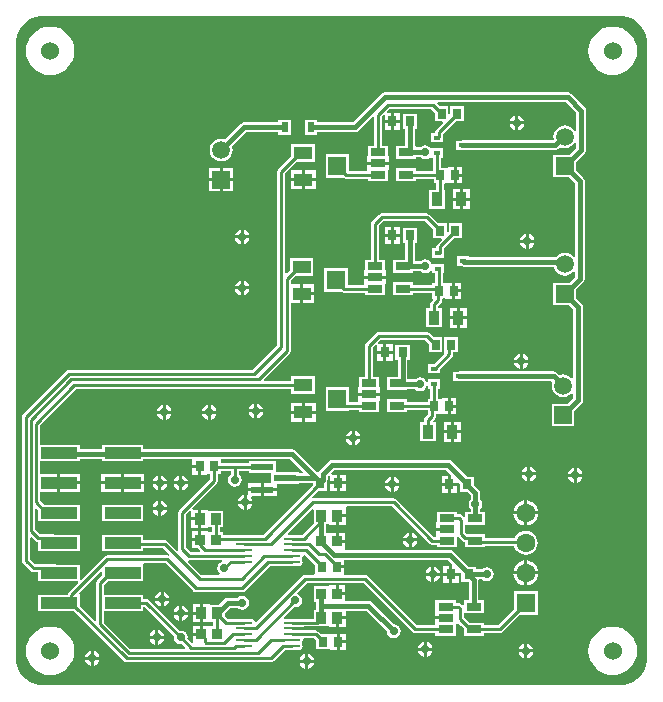
<source format=gtl>
G04*
G04 #@! TF.GenerationSoftware,Altium Limited,Altium Designer,20.2.4 (192)*
G04*
G04 Layer_Physical_Order=1*
G04 Layer_Color=255*
%FSLAX25Y25*%
%MOIN*%
G70*
G04*
G04 #@! TF.SameCoordinates,916D3FFB-3ED2-40BB-BA98-F56BCE00B8A7*
G04*
G04*
G04 #@! TF.FilePolarity,Positive*
G04*
G01*
G75*
%ADD13C,0.01000*%
%ADD15O,0.05709X0.00984*%
%ADD16R,0.12205X0.03937*%
%ADD17R,0.02953X0.03347*%
%ADD18R,0.03150X0.03543*%
%ADD19R,0.03543X0.03937*%
%ADD20R,0.03347X0.03740*%
%ADD21R,0.02756X0.03347*%
%ADD22R,0.03765X0.04749*%
%ADD23R,0.02953X0.03543*%
%ADD24R,0.05118X0.02756*%
%ADD25R,0.02362X0.01575*%
%ADD26R,0.06299X0.06299*%
%ADD27R,0.06299X0.04331*%
%ADD28R,0.02480X0.03268*%
%ADD29R,0.07480X0.02362*%
%ADD48C,0.01600*%
%ADD49R,0.05906X0.05906*%
%ADD50C,0.05906*%
%ADD51C,0.06000*%
%ADD52C,0.06299*%
%ADD53R,0.06299X0.06299*%
%ADD54C,0.02900*%
G36*
X203384Y223980D02*
X205119Y223635D01*
X206754Y222958D01*
X208225Y221976D01*
X209476Y220725D01*
X210458Y219254D01*
X211135Y217619D01*
X211480Y215884D01*
X211480Y215000D01*
X211480Y205000D01*
X211480Y27000D01*
Y10000D01*
X211480Y9116D01*
X211135Y7380D01*
X210458Y5746D01*
X209476Y4275D01*
X208225Y3024D01*
X206754Y2042D01*
X205119Y1365D01*
X203384Y1020D01*
X9116D01*
X7380Y1365D01*
X5746Y2042D01*
X4275Y3024D01*
X3024Y4275D01*
X2042Y5746D01*
X1365Y7380D01*
X1020Y9116D01*
Y10000D01*
Y215000D01*
Y215884D01*
X1365Y217619D01*
X2042Y219254D01*
X3024Y220725D01*
X4275Y221976D01*
X5746Y222958D01*
X7380Y223635D01*
X9116Y223980D01*
X10000D01*
X27500Y223980D01*
X178500Y223980D01*
X202500D01*
X203384Y223980D01*
D02*
G37*
%LPC*%
G36*
X200000Y220589D02*
X198422Y220433D01*
X196905Y219973D01*
X195506Y219226D01*
X194280Y218220D01*
X193274Y216994D01*
X192527Y215596D01*
X192067Y214078D01*
X191911Y212500D01*
X192067Y210922D01*
X192527Y209404D01*
X193274Y208006D01*
X194280Y206780D01*
X195506Y205774D01*
X196905Y205027D01*
X198422Y204567D01*
X200000Y204411D01*
X201578Y204567D01*
X203096Y205027D01*
X204494Y205774D01*
X205720Y206780D01*
X206726Y208006D01*
X207473Y209404D01*
X207933Y210922D01*
X208089Y212500D01*
X207933Y214078D01*
X207473Y215596D01*
X206726Y216994D01*
X205720Y218220D01*
X204494Y219226D01*
X203096Y219973D01*
X201578Y220433D01*
X200000Y220589D01*
D02*
G37*
G36*
X12500D02*
X10922Y220433D01*
X9404Y219973D01*
X8006Y219226D01*
X6780Y218220D01*
X5774Y216994D01*
X5027Y215596D01*
X4566Y214078D01*
X4411Y212500D01*
X4566Y210922D01*
X5027Y209404D01*
X5774Y208006D01*
X6780Y206780D01*
X8006Y205774D01*
X9404Y205027D01*
X10922Y204567D01*
X12500Y204411D01*
X14078Y204567D01*
X15596Y205027D01*
X16994Y205774D01*
X18220Y206780D01*
X19226Y208006D01*
X19973Y209404D01*
X20434Y210922D01*
X20589Y212500D01*
X20434Y214078D01*
X19973Y215596D01*
X19226Y216994D01*
X18220Y218220D01*
X16994Y219226D01*
X15596Y219973D01*
X14078Y220433D01*
X12500Y220589D01*
D02*
G37*
G36*
X129122Y191772D02*
X127047D01*
Y189500D01*
X129122D01*
Y191772D01*
D02*
G37*
G36*
X168500Y190899D02*
Y189000D01*
X170398D01*
X170308Y189456D01*
X169766Y190266D01*
X168956Y190808D01*
X168500Y190899D01*
D02*
G37*
G36*
X167500D02*
X167044Y190808D01*
X166234Y190266D01*
X165692Y189456D01*
X165602Y189000D01*
X167500D01*
Y190899D01*
D02*
G37*
G36*
X129122Y188500D02*
X127047D01*
Y186228D01*
X129122D01*
Y188500D01*
D02*
G37*
G36*
X126047D02*
X123972D01*
Y186228D01*
X126047D01*
Y188500D01*
D02*
G37*
G36*
X170398Y188000D02*
X168500D01*
Y186101D01*
X168956Y186192D01*
X169766Y186734D01*
X170308Y187544D01*
X170398Y188000D01*
D02*
G37*
G36*
X167500D02*
X165602D01*
X165692Y187544D01*
X166234Y186734D01*
X167044Y186192D01*
X167500Y186101D01*
Y188000D01*
D02*
G37*
G36*
X124000Y198631D02*
X123376Y198507D01*
X122846Y198153D01*
X113324Y188631D01*
X101430D01*
Y189434D01*
X97350D01*
Y184566D01*
X101430D01*
Y185369D01*
X114000D01*
X114624Y185493D01*
X115154Y185846D01*
X119988Y190681D01*
X120450Y190490D01*
Y180918D01*
X118417D01*
Y177378D01*
X118217D01*
Y175500D01*
X121776D01*
X125335D01*
Y177378D01*
X125135D01*
Y180918D01*
X123101D01*
Y190727D01*
X123511Y191136D01*
X123972Y190945D01*
Y189500D01*
X126047D01*
Y191772D01*
X124799D01*
X124608Y192234D01*
X125549Y193175D01*
X139392D01*
X140665Y191902D01*
Y189027D01*
X143255D01*
X143446Y188565D01*
X141110Y186229D01*
X140823Y185799D01*
X140722Y185292D01*
Y185146D01*
X139385D01*
Y181972D01*
X143347D01*
Y183718D01*
X143373Y183846D01*
Y184742D01*
X147657Y189027D01*
X150335D01*
Y193973D01*
X145783D01*
Y191296D01*
X145717Y191253D01*
X145217Y191520D01*
Y193973D01*
X142342D01*
X141409Y194907D01*
X141600Y195369D01*
X184324D01*
X187869Y191824D01*
Y185694D01*
X187369Y185595D01*
X187278Y185814D01*
X186677Y186598D01*
X185893Y187199D01*
X184980Y187577D01*
X184000Y187706D01*
X183020Y187577D01*
X182107Y187199D01*
X181324Y186598D01*
X180722Y185814D01*
X180344Y184901D01*
X180215Y183921D01*
X180334Y183017D01*
X179948Y182631D01*
X149634D01*
X149413Y182587D01*
X147653D01*
Y179413D01*
X149413D01*
X149634Y179369D01*
X180624D01*
X181248Y179493D01*
X181778Y179847D01*
X182438Y180506D01*
X183020Y180265D01*
X184000Y180136D01*
X184980Y180265D01*
X185893Y180643D01*
X186677Y181245D01*
X187278Y182029D01*
X187369Y182247D01*
X187869Y182148D01*
Y180254D01*
X185446Y177831D01*
X180247D01*
Y170326D01*
X185446D01*
X187369Y168403D01*
Y143938D01*
X186869Y143769D01*
X186677Y144019D01*
X185893Y144621D01*
X184980Y144999D01*
X184000Y145128D01*
X183020Y144999D01*
X182107Y144621D01*
X181324Y144019D01*
X181189Y143844D01*
X152115D01*
Y144087D01*
X148153D01*
Y140913D01*
X149487D01*
X149797Y140705D01*
X150421Y140581D01*
X180315D01*
X180344Y140363D01*
X180722Y139450D01*
X181324Y138666D01*
X182107Y138065D01*
X183020Y137686D01*
X184000Y137557D01*
X184980Y137686D01*
X185893Y138065D01*
X186677Y138666D01*
X186869Y138917D01*
X187369Y138747D01*
Y137176D01*
X185446Y135253D01*
X180247D01*
Y127747D01*
X185446D01*
X186869Y126324D01*
Y103517D01*
X186369Y103347D01*
X186177Y103598D01*
X185393Y104199D01*
X184480Y104577D01*
X183500Y104706D01*
X182520Y104577D01*
X182160Y104428D01*
X181435Y105154D01*
X180906Y105507D01*
X180282Y105631D01*
X148634D01*
X148413Y105587D01*
X146653D01*
Y102413D01*
X148413D01*
X148634Y102369D01*
X179563D01*
X179877Y101981D01*
X179844Y101901D01*
X179715Y100921D01*
X179844Y99941D01*
X180222Y99029D01*
X180824Y98245D01*
X181607Y97643D01*
X182520Y97265D01*
X183500Y97136D01*
X184480Y97265D01*
X185393Y97643D01*
X186177Y98245D01*
X186369Y98495D01*
X186869Y98325D01*
Y96754D01*
X184946Y94832D01*
X179747D01*
Y87326D01*
X187253D01*
Y92524D01*
X189654Y94925D01*
X190007Y95455D01*
X190131Y96079D01*
Y127000D01*
X190007Y127624D01*
X189654Y128154D01*
X187753Y130054D01*
Y132946D01*
X190154Y135346D01*
X190507Y135876D01*
X190631Y136500D01*
Y169079D01*
X190507Y169703D01*
X190154Y170232D01*
X187753Y172633D01*
Y175524D01*
X190654Y178425D01*
X191007Y178955D01*
X191131Y179579D01*
Y192500D01*
X191007Y193124D01*
X190654Y193654D01*
X186153Y198153D01*
X185624Y198507D01*
X185000Y198631D01*
X124000D01*
X124000Y198631D01*
D02*
G37*
G36*
X92650Y189434D02*
X88570D01*
Y188631D01*
X77079D01*
X76454Y188507D01*
X75925Y188154D01*
X70741Y182969D01*
X70480Y183077D01*
X69500Y183206D01*
X68520Y183077D01*
X67607Y182699D01*
X66824Y182098D01*
X66222Y181314D01*
X65844Y180401D01*
X65715Y179421D01*
X65844Y178442D01*
X66222Y177529D01*
X66824Y176745D01*
X67607Y176143D01*
X68520Y175765D01*
X69500Y175636D01*
X70480Y175765D01*
X71393Y176143D01*
X72176Y176745D01*
X72778Y177529D01*
X73156Y178442D01*
X73285Y179421D01*
X73156Y180401D01*
X73048Y180662D01*
X77754Y185369D01*
X88570D01*
Y184566D01*
X92650D01*
Y189434D01*
D02*
G37*
G36*
X134828Y191572D02*
X130078D01*
Y186428D01*
X130822D01*
Y180918D01*
X127865D01*
Y176562D01*
X134583D01*
Y177092D01*
X135901D01*
X135906Y177085D01*
X136650Y176588D01*
X137528Y176413D01*
X138406Y176588D01*
X138885Y176908D01*
X139385Y176854D01*
X139385Y176854D01*
X139385Y176854D01*
X140041D01*
Y172585D01*
X134583D01*
Y173438D01*
X127865D01*
Y169082D01*
X134583D01*
Y169934D01*
X140361D01*
Y168527D01*
X141214D01*
Y166174D01*
X138782D01*
Y159826D01*
X144147D01*
Y166174D01*
X143865D01*
Y168173D01*
X144218Y168527D01*
X144666Y168527D01*
X145083Y168327D01*
X145134Y168327D01*
X146961D01*
Y171000D01*
Y173673D01*
X145134D01*
X145083Y173673D01*
X144666Y173473D01*
X144583Y173473D01*
X142692D01*
Y176854D01*
X143347D01*
Y180028D01*
X139698D01*
X139255Y180172D01*
X139255Y180172D01*
X139150Y180329D01*
X139056Y180392D01*
X139056Y180392D01*
X138898Y180498D01*
X138406Y180827D01*
X137528Y181001D01*
X136650Y180827D01*
X135944Y180355D01*
X134583D01*
Y180918D01*
X134084D01*
Y186428D01*
X134828D01*
Y191572D01*
D02*
G37*
G36*
X147961Y173673D02*
Y171500D01*
X149839D01*
Y173673D01*
X147961D01*
D02*
G37*
G36*
X73453Y173531D02*
X70000D01*
Y170079D01*
X73453D01*
Y173531D01*
D02*
G37*
G36*
X69000D02*
X65547D01*
Y170079D01*
X69000D01*
Y173531D01*
D02*
G37*
G36*
X100941Y172638D02*
X97291D01*
Y169972D01*
X100941D01*
Y172638D01*
D02*
G37*
G36*
X96291D02*
X92642D01*
Y169972D01*
X96291D01*
Y172638D01*
D02*
G37*
G36*
X112158Y177950D02*
X104259D01*
Y170050D01*
X110419D01*
X110442Y170035D01*
X110949Y169934D01*
X118417D01*
Y169082D01*
X125135D01*
Y172622D01*
X125335D01*
Y174500D01*
X121776D01*
X118217D01*
Y172622D01*
X117732Y172585D01*
X112158D01*
Y177950D01*
D02*
G37*
G36*
X149839Y170500D02*
X147961D01*
Y168327D01*
X149839D01*
Y170500D01*
D02*
G37*
G36*
X100941Y168972D02*
X97291D01*
Y166307D01*
X100941D01*
Y168972D01*
D02*
G37*
G36*
X96291D02*
X92642D01*
Y166307D01*
X96291D01*
Y168972D01*
D02*
G37*
G36*
X73453Y169079D02*
X70000D01*
Y165626D01*
X73453D01*
Y169079D01*
D02*
G37*
G36*
X69000D02*
X65547D01*
Y165626D01*
X69000D01*
Y169079D01*
D02*
G37*
G36*
X152418Y166374D02*
X150035D01*
Y163500D01*
X152418D01*
Y166374D01*
D02*
G37*
G36*
X149035D02*
X146653D01*
Y163500D01*
X149035D01*
Y166374D01*
D02*
G37*
G36*
X152418Y162500D02*
X150035D01*
Y159626D01*
X152418D01*
Y162500D01*
D02*
G37*
G36*
X149035D02*
X146653D01*
Y159626D01*
X149035D01*
Y162500D01*
D02*
G37*
G36*
X129122Y153772D02*
X127047D01*
Y151500D01*
X129122D01*
Y153772D01*
D02*
G37*
G36*
X126047D02*
X123972D01*
Y151500D01*
X126047D01*
Y153772D01*
D02*
G37*
G36*
X77000Y152899D02*
Y151000D01*
X78899D01*
X78808Y151456D01*
X78266Y152266D01*
X77456Y152808D01*
X77000Y152899D01*
D02*
G37*
G36*
X76000D02*
X75544Y152808D01*
X74734Y152266D01*
X74192Y151456D01*
X74102Y151000D01*
X76000D01*
Y152899D01*
D02*
G37*
G36*
X172000Y151399D02*
Y149500D01*
X173898D01*
X173808Y149956D01*
X173266Y150766D01*
X172456Y151308D01*
X172000Y151399D01*
D02*
G37*
G36*
X171000D02*
X170544Y151308D01*
X169734Y150766D01*
X169192Y149956D01*
X169102Y149500D01*
X171000D01*
Y151399D01*
D02*
G37*
G36*
X129122Y150500D02*
X127047D01*
Y148228D01*
X129122D01*
Y150500D01*
D02*
G37*
G36*
X126047D02*
X123972D01*
Y148228D01*
X126047D01*
Y150500D01*
D02*
G37*
G36*
X78899Y150000D02*
X77000D01*
Y148101D01*
X77456Y148192D01*
X78266Y148734D01*
X78808Y149544D01*
X78899Y150000D01*
D02*
G37*
G36*
X76000D02*
X74102D01*
X74192Y149544D01*
X74734Y148734D01*
X75544Y148192D01*
X76000Y148101D01*
Y150000D01*
D02*
G37*
G36*
X173898Y148500D02*
X172000D01*
Y146601D01*
X172456Y146692D01*
X173266Y147234D01*
X173808Y148044D01*
X173898Y148500D01*
D02*
G37*
G36*
X171000D02*
X169102D01*
X169192Y148044D01*
X169734Y147234D01*
X170544Y146692D01*
X171000Y146601D01*
Y148500D01*
D02*
G37*
G36*
X137941Y158326D02*
X123000D01*
X122493Y158225D01*
X122063Y157937D01*
X119838Y155713D01*
X119551Y155283D01*
X119450Y154776D01*
Y142918D01*
X117417D01*
Y139378D01*
X117217D01*
Y137500D01*
X120776D01*
X124335D01*
Y139378D01*
X124135D01*
Y142918D01*
X122101D01*
Y154227D01*
X123549Y155675D01*
X137392D01*
X140165Y152902D01*
Y150027D01*
X142755D01*
X142946Y149565D01*
X141610Y148229D01*
X141323Y147799D01*
X141222Y147291D01*
Y146646D01*
X139885D01*
Y143472D01*
X143847D01*
Y145219D01*
X143873Y145346D01*
Y146742D01*
X147157Y150027D01*
X149835D01*
Y154973D01*
X145283D01*
Y152296D01*
X145217Y152253D01*
X144717Y152520D01*
Y154973D01*
X141842D01*
X138878Y157937D01*
X138448Y158225D01*
X137941Y158326D01*
D02*
G37*
G36*
X134828Y153572D02*
X130078D01*
Y148428D01*
X130822D01*
Y142918D01*
X126865D01*
Y138562D01*
X133583D01*
Y139092D01*
X135901D01*
X135906Y139085D01*
X136650Y138588D01*
X137528Y138413D01*
X138406Y138588D01*
X139150Y139085D01*
X139385Y139437D01*
X139885Y139285D01*
Y138354D01*
X140627D01*
Y134973D01*
X139861D01*
Y134585D01*
X133583D01*
Y135438D01*
X126865D01*
Y131082D01*
X133583D01*
Y131934D01*
X139861D01*
Y130027D01*
X139908D01*
X140115Y129527D01*
X139527Y128939D01*
X139240Y128509D01*
X139139Y128002D01*
Y126674D01*
X137782D01*
Y120326D01*
X143147D01*
Y126674D01*
X141790D01*
Y127453D01*
X142726Y128390D01*
X143014Y128820D01*
X143115Y129327D01*
Y129673D01*
X143468Y130027D01*
X144166Y130027D01*
X144583Y129827D01*
X144634Y129827D01*
X146461D01*
Y132500D01*
Y135173D01*
X144634D01*
X144583Y135173D01*
X144166Y134973D01*
X144083Y134973D01*
X143278D01*
Y138354D01*
X143847D01*
Y141528D01*
X140129D01*
X139837Y141563D01*
X139500Y141806D01*
X139150Y142329D01*
X138406Y142827D01*
X137528Y143001D01*
X136650Y142827D01*
X135944Y142355D01*
X134084D01*
Y148428D01*
X134828D01*
Y153572D01*
D02*
G37*
G36*
X77000Y135898D02*
Y134000D01*
X78899D01*
X78808Y134456D01*
X78266Y135266D01*
X77456Y135808D01*
X77000Y135898D01*
D02*
G37*
G36*
X76000D02*
X75544Y135808D01*
X74734Y135266D01*
X74192Y134456D01*
X74102Y134000D01*
X76000D01*
Y135898D01*
D02*
G37*
G36*
X147461Y135173D02*
Y133000D01*
X149339D01*
Y135173D01*
X147461D01*
D02*
G37*
G36*
X100441Y134638D02*
X96791D01*
Y131972D01*
X100441D01*
Y134638D01*
D02*
G37*
G36*
X78899Y133000D02*
X77000D01*
Y131102D01*
X77456Y131192D01*
X78266Y131734D01*
X78808Y132544D01*
X78899Y133000D01*
D02*
G37*
G36*
X76000D02*
X74102D01*
X74192Y132544D01*
X74734Y131734D01*
X75544Y131192D01*
X76000Y131102D01*
Y133000D01*
D02*
G37*
G36*
X111658Y139950D02*
X103759D01*
Y132050D01*
X109919D01*
X109942Y132035D01*
X110449Y131934D01*
X117417D01*
Y131082D01*
X124135D01*
Y134622D01*
X124335D01*
Y136500D01*
X120776D01*
X117217D01*
Y134622D01*
X116732Y134585D01*
X111658D01*
Y139950D01*
D02*
G37*
G36*
X149339Y132000D02*
X147461D01*
Y129827D01*
X149339D01*
Y132000D01*
D02*
G37*
G36*
X100441Y130972D02*
X96791D01*
Y128307D01*
X100441D01*
Y130972D01*
D02*
G37*
G36*
X151418Y126874D02*
X149035D01*
Y124000D01*
X151418D01*
Y126874D01*
D02*
G37*
G36*
X148035D02*
X145653D01*
Y124000D01*
X148035D01*
Y126874D01*
D02*
G37*
G36*
X151418Y123000D02*
X149035D01*
Y120126D01*
X151418D01*
Y123000D01*
D02*
G37*
G36*
X148035D02*
X145653D01*
Y120126D01*
X148035D01*
Y123000D01*
D02*
G37*
G36*
X126622Y114772D02*
X124547D01*
Y112500D01*
X126622D01*
Y114772D01*
D02*
G37*
G36*
X137941Y118825D02*
X122000D01*
X121493Y118725D01*
X121063Y118437D01*
X117838Y115213D01*
X117551Y114783D01*
X117450Y114276D01*
Y103918D01*
X115417D01*
Y100378D01*
X115217D01*
Y98500D01*
X118776D01*
X122335D01*
Y100378D01*
X122135D01*
Y103918D01*
X120101D01*
Y113727D01*
X120972Y114598D01*
X121472Y114391D01*
Y112500D01*
X123547D01*
Y114772D01*
X121853D01*
X121646Y115272D01*
X122549Y116174D01*
X137392D01*
X138665Y114902D01*
Y112027D01*
X143217D01*
Y116973D01*
X140342D01*
X138878Y118437D01*
X138448Y118725D01*
X137941Y118825D01*
D02*
G37*
G36*
X170000Y111398D02*
Y109500D01*
X171898D01*
X171808Y109956D01*
X171266Y110766D01*
X170456Y111308D01*
X170000Y111398D01*
D02*
G37*
G36*
X169000D02*
X168544Y111308D01*
X167734Y110766D01*
X167192Y109956D01*
X167102Y109500D01*
X169000D01*
Y111398D01*
D02*
G37*
G36*
X126622Y111500D02*
X124547D01*
Y109228D01*
X126622D01*
Y111500D01*
D02*
G37*
G36*
X123547D02*
X121472D01*
Y109228D01*
X123547D01*
Y111500D01*
D02*
G37*
G36*
X171898Y108500D02*
X170000D01*
Y106602D01*
X170456Y106692D01*
X171266Y107234D01*
X171808Y108044D01*
X171898Y108500D01*
D02*
G37*
G36*
X169000D02*
X167102D01*
X167192Y108044D01*
X167734Y107234D01*
X168544Y106692D01*
X169000Y106602D01*
Y108500D01*
D02*
G37*
G36*
X148335Y116973D02*
X143783D01*
Y112027D01*
X143783D01*
X143853Y111527D01*
X140473Y108146D01*
X138385D01*
Y104972D01*
X142347D01*
Y106272D01*
X146465Y110390D01*
X146752Y110820D01*
X146853Y111327D01*
Y112027D01*
X148335D01*
Y116973D01*
D02*
G37*
G36*
X100741Y181493D02*
X92842D01*
Y177437D01*
X88563Y173158D01*
X88275Y172728D01*
X88174Y172220D01*
Y114349D01*
X79951Y106125D01*
X18800D01*
X18293Y106025D01*
X17863Y105737D01*
X3463Y91337D01*
X3175Y90907D01*
X3074Y90400D01*
Y42600D01*
X3175Y42093D01*
X3463Y41663D01*
X6094Y39031D01*
X6524Y38744D01*
X7032Y38643D01*
X8468D01*
Y35732D01*
X21653D01*
X21860Y35232D01*
X18567Y31938D01*
X18279Y31508D01*
X18232Y31269D01*
X8468D01*
Y25732D01*
X20398D01*
X37067Y9063D01*
X37497Y8775D01*
X38004Y8675D01*
X86000D01*
X86507Y8775D01*
X86937Y9063D01*
X90604Y12730D01*
X92965D01*
X93044Y12746D01*
X95335D01*
X95839Y12846D01*
X96266Y13131D01*
X96552Y13559D01*
X96652Y14063D01*
X96552Y14567D01*
X96495Y14652D01*
X96293Y15047D01*
X96495Y15443D01*
X96552Y15527D01*
X96652Y16032D01*
X96624Y16174D01*
X97015Y16675D01*
X100392D01*
X101165Y15902D01*
Y13027D01*
X105666Y13027D01*
X106083Y12827D01*
X106134Y12827D01*
X108059D01*
Y15500D01*
Y18173D01*
X106134D01*
X106083Y18173D01*
X105666Y17973D01*
X105583Y17973D01*
X102842D01*
X101878Y18937D01*
X101448Y19225D01*
X100941Y19326D01*
X97238D01*
X97120Y19469D01*
X92972D01*
Y20469D01*
X97121D01*
X97238Y20612D01*
X101476D01*
X101984Y20712D01*
X102012Y20731D01*
X105386D01*
Y20531D01*
X107657D01*
Y23500D01*
X108157D01*
Y24000D01*
X110929D01*
Y25869D01*
X117824D01*
X124709Y18984D01*
X124881Y18122D01*
X125378Y17378D01*
X126122Y16881D01*
X127000Y16706D01*
X127878Y16881D01*
X128622Y17378D01*
X129120Y18122D01*
X129294Y19000D01*
X129120Y19878D01*
X128622Y20622D01*
X127878Y21120D01*
X127016Y21291D01*
X119653Y28653D01*
X119124Y29007D01*
X118500Y29131D01*
X110831D01*
Y31000D01*
X108157D01*
Y31500D01*
X107657D01*
Y34370D01*
X105484D01*
Y34370D01*
X105316Y34170D01*
X100369D01*
Y28830D01*
X101211D01*
Y26269D01*
X100271D01*
Y23262D01*
X92972D01*
X92932Y23254D01*
X90725D01*
X90552Y23531D01*
X90507Y23744D01*
X93845Y27081D01*
X94195Y27011D01*
X95073Y27186D01*
X95817Y27683D01*
X96314Y28428D01*
X96489Y29305D01*
X96314Y30183D01*
X95817Y30928D01*
X95073Y31425D01*
X94948Y31450D01*
X94803Y31928D01*
X98049Y35175D01*
X116951D01*
X133303Y18823D01*
X133733Y18535D01*
X134240Y18434D01*
X140917D01*
Y17582D01*
X147635D01*
Y21122D01*
X147835D01*
Y21584D01*
X148335Y21791D01*
X149011Y21115D01*
X149441Y20827D01*
X149641Y20788D01*
X150365Y20063D01*
Y17582D01*
X157083D01*
Y18434D01*
X162260D01*
X162767Y18535D01*
X163197Y18823D01*
X168925Y24550D01*
X174950D01*
Y32450D01*
X167050D01*
Y26425D01*
X161711Y21085D01*
X157083D01*
Y21938D01*
X152240D01*
X151188Y22989D01*
X150758Y23277D01*
X150558Y23316D01*
X150326Y23549D01*
Y24579D01*
X150365Y25062D01*
X157083D01*
Y29418D01*
X155245D01*
Y36143D01*
X155430Y36369D01*
X156392D01*
X157122Y35881D01*
X158000Y35706D01*
X158878Y35881D01*
X159622Y36378D01*
X160119Y37122D01*
X160294Y38000D01*
X160119Y38878D01*
X159622Y39622D01*
X158878Y40119D01*
X158000Y40294D01*
X157122Y40119D01*
X156392Y39631D01*
X154328D01*
Y40572D01*
X151885D01*
X146803Y45654D01*
X146274Y46007D01*
X145650Y46131D01*
X110831D01*
Y48500D01*
X108157D01*
Y49000D01*
X107657D01*
Y51870D01*
X105484D01*
Y51870D01*
X105316Y51670D01*
X104474D01*
Y54732D01*
X105386D01*
Y54532D01*
X107657D01*
Y57500D01*
X108157D01*
Y58000D01*
X110929D01*
Y60469D01*
X111344Y60675D01*
X126451D01*
X138803Y48323D01*
X139233Y48035D01*
X139740Y47934D01*
X141417D01*
Y47082D01*
X148135D01*
Y50304D01*
X148348Y50432D01*
X148580Y50480D01*
X148738Y50388D01*
X149925Y49200D01*
X150355Y48913D01*
X150862Y48812D01*
X150865D01*
Y47082D01*
X157583D01*
Y47554D01*
X167141D01*
X167152Y47469D01*
X167550Y46508D01*
X168183Y45683D01*
X169008Y45050D01*
X169969Y44652D01*
X171000Y44516D01*
X172031Y44652D01*
X172992Y45050D01*
X173817Y45683D01*
X174450Y46508D01*
X174848Y47469D01*
X174984Y48500D01*
X174848Y49531D01*
X174450Y50492D01*
X173817Y51317D01*
X172992Y51950D01*
X172031Y52348D01*
X171000Y52484D01*
X169969Y52348D01*
X169008Y51950D01*
X168183Y51317D01*
X167550Y50492D01*
X167431Y50205D01*
X157583D01*
Y51438D01*
X153475D01*
X153346Y51463D01*
X151411D01*
X150826Y52049D01*
Y54079D01*
X150865Y54562D01*
X157583D01*
Y58918D01*
X155856D01*
Y59777D01*
X156344Y60508D01*
X156518Y61386D01*
X156344Y62264D01*
X155856Y62994D01*
Y65032D01*
X155732Y65656D01*
X155378Y66185D01*
X155378Y66185D01*
X153828Y67735D01*
Y70572D01*
X151385D01*
X146303Y75653D01*
X145774Y76007D01*
X145150Y76131D01*
X106500D01*
X105876Y76007D01*
X105347Y75653D01*
X102140Y72447D01*
X102008Y72250D01*
X101368Y72183D01*
X94398Y79154D01*
X93868Y79507D01*
X93244Y79631D01*
X43532D01*
Y81269D01*
X29728D01*
Y79631D01*
X22272D01*
Y81269D01*
X8925D01*
Y87551D01*
X21077Y99702D01*
X92842D01*
Y98062D01*
X100741D01*
Y103993D01*
X92842D01*
Y102353D01*
X83881D01*
X83689Y102815D01*
X92237Y111363D01*
X92525Y111793D01*
X92625Y112300D01*
Y128307D01*
X95791D01*
Y131472D01*
Y134638D01*
X92625D01*
Y135971D01*
X94216Y137562D01*
X100241D01*
Y143493D01*
X92342D01*
Y139437D01*
X91287Y138382D01*
X90825Y138574D01*
Y171671D01*
X94716Y175562D01*
X100741D01*
Y181493D01*
D02*
G37*
G36*
X132328Y114572D02*
X127578D01*
Y109428D01*
X128322D01*
Y103918D01*
X124865D01*
Y99562D01*
X131583D01*
Y99932D01*
X133990D01*
X134102Y99764D01*
X134846Y99266D01*
X135724Y99092D01*
X136602Y99266D01*
X137347Y99764D01*
X137844Y100508D01*
X137885Y100715D01*
X138385Y100666D01*
Y99854D01*
X139127D01*
Y96473D01*
X138361D01*
Y95585D01*
X131583D01*
Y96438D01*
X124865D01*
Y92082D01*
X131583D01*
Y92934D01*
X138361D01*
Y91527D01*
X138361Y91527D01*
X138361D01*
X138361Y91527D01*
X138187Y91099D01*
X137527Y90439D01*
X137240Y90009D01*
X137139Y89502D01*
Y88674D01*
X135782D01*
Y82326D01*
X141147D01*
Y88674D01*
X140218D01*
X140011Y89174D01*
X140726Y89890D01*
X141014Y90320D01*
X141115Y90827D01*
Y91527D01*
X142666Y91527D01*
X143083Y91327D01*
X143134Y91327D01*
X144961D01*
Y94000D01*
Y96673D01*
X143134D01*
X143083Y96673D01*
X142666Y96473D01*
X142583Y96473D01*
X141778D01*
Y99854D01*
X142347D01*
Y103028D01*
X138385D01*
Y102106D01*
X137885Y102056D01*
X137844Y102264D01*
X137347Y103008D01*
X136602Y103505D01*
X135724Y103680D01*
X134846Y103505D01*
X134381Y103194D01*
X131584D01*
Y109428D01*
X132328D01*
Y114572D01*
D02*
G37*
G36*
X145961Y96673D02*
Y94500D01*
X147839D01*
Y96673D01*
X145961D01*
D02*
G37*
G36*
X81500Y94898D02*
Y93000D01*
X83398D01*
X83308Y93456D01*
X82766Y94266D01*
X81956Y94808D01*
X81500Y94898D01*
D02*
G37*
G36*
X80500D02*
X80044Y94808D01*
X79234Y94266D01*
X78692Y93456D01*
X78601Y93000D01*
X80500D01*
Y94898D01*
D02*
G37*
G36*
X66000Y94398D02*
Y92500D01*
X67898D01*
X67808Y92956D01*
X67266Y93766D01*
X66456Y94308D01*
X66000Y94398D01*
D02*
G37*
G36*
X65000D02*
X64544Y94308D01*
X63734Y93766D01*
X63192Y92956D01*
X63102Y92500D01*
X65000D01*
Y94398D01*
D02*
G37*
G36*
X51000D02*
Y92500D01*
X52899D01*
X52808Y92956D01*
X52266Y93766D01*
X51456Y94308D01*
X51000Y94398D01*
D02*
G37*
G36*
X50000D02*
X49544Y94308D01*
X48734Y93766D01*
X48192Y92956D01*
X48101Y92500D01*
X50000D01*
Y94398D01*
D02*
G37*
G36*
X100941Y95138D02*
X97291D01*
Y92472D01*
X100941D01*
Y95138D01*
D02*
G37*
G36*
X96291D02*
X92642D01*
Y92472D01*
X96291D01*
Y95138D01*
D02*
G37*
G36*
X112158Y100450D02*
X104259D01*
Y92550D01*
X112158D01*
Y92934D01*
X115417D01*
Y92082D01*
X122135D01*
Y95622D01*
X122335D01*
Y97500D01*
X118776D01*
X115217D01*
Y95622D01*
X114732Y95585D01*
X112158D01*
Y100450D01*
D02*
G37*
G36*
X147839Y93500D02*
X145961D01*
Y91327D01*
X147839D01*
Y93500D01*
D02*
G37*
G36*
X83398Y92000D02*
X81500D01*
Y90101D01*
X81956Y90192D01*
X82766Y90734D01*
X83308Y91544D01*
X83398Y92000D01*
D02*
G37*
G36*
X80500D02*
X78601D01*
X78692Y91544D01*
X79234Y90734D01*
X80044Y90192D01*
X80500Y90101D01*
Y92000D01*
D02*
G37*
G36*
X67898Y91500D02*
X66000D01*
Y89601D01*
X66456Y89692D01*
X67266Y90234D01*
X67808Y91044D01*
X67898Y91500D01*
D02*
G37*
G36*
X65000D02*
X63102D01*
X63192Y91044D01*
X63734Y90234D01*
X64544Y89692D01*
X65000Y89601D01*
Y91500D01*
D02*
G37*
G36*
X52899D02*
X51000D01*
Y89601D01*
X51456Y89692D01*
X52266Y90234D01*
X52808Y91044D01*
X52899Y91500D01*
D02*
G37*
G36*
X50000D02*
X48101D01*
X48192Y91044D01*
X48734Y90234D01*
X49544Y89692D01*
X50000Y89601D01*
Y91500D01*
D02*
G37*
G36*
X100941Y91472D02*
X97291D01*
Y88807D01*
X100941D01*
Y91472D01*
D02*
G37*
G36*
X96291D02*
X92642D01*
Y88807D01*
X96291D01*
Y91472D01*
D02*
G37*
G36*
X149418Y88874D02*
X147035D01*
Y86000D01*
X149418D01*
Y88874D01*
D02*
G37*
G36*
X146035D02*
X143653D01*
Y86000D01*
X146035D01*
Y88874D01*
D02*
G37*
G36*
X114000Y85899D02*
Y84000D01*
X115899D01*
X115808Y84456D01*
X115266Y85266D01*
X114456Y85808D01*
X114000Y85899D01*
D02*
G37*
G36*
X113000D02*
X112544Y85808D01*
X111734Y85266D01*
X111192Y84456D01*
X111101Y84000D01*
X113000D01*
Y85899D01*
D02*
G37*
G36*
X149418Y85000D02*
X147035D01*
Y82126D01*
X149418D01*
Y85000D01*
D02*
G37*
G36*
X146035D02*
X143653D01*
Y82126D01*
X146035D01*
Y85000D01*
D02*
G37*
G36*
X115899Y83000D02*
X114000D01*
Y81102D01*
X114456Y81192D01*
X115266Y81734D01*
X115808Y82544D01*
X115899Y83000D01*
D02*
G37*
G36*
X113000D02*
X111101D01*
X111192Y82544D01*
X111734Y81734D01*
X112544Y81192D01*
X113000Y81102D01*
Y83000D01*
D02*
G37*
G36*
X172500Y73899D02*
Y72000D01*
X174399D01*
X174308Y72456D01*
X173766Y73266D01*
X172956Y73808D01*
X172500Y73899D01*
D02*
G37*
G36*
X171500D02*
X171044Y73808D01*
X170234Y73266D01*
X169692Y72456D01*
X169602Y72000D01*
X171500D01*
Y73899D01*
D02*
G37*
G36*
X188000Y73399D02*
Y71500D01*
X189899D01*
X189808Y71956D01*
X189266Y72766D01*
X188456Y73308D01*
X188000Y73399D01*
D02*
G37*
G36*
X187000D02*
X186544Y73308D01*
X185734Y72766D01*
X185192Y71956D01*
X185101Y71500D01*
X187000D01*
Y73399D01*
D02*
G37*
G36*
X174399Y71000D02*
X172500D01*
Y69102D01*
X172956Y69192D01*
X173766Y69734D01*
X174308Y70544D01*
X174399Y71000D01*
D02*
G37*
G36*
X171500D02*
X169602D01*
X169692Y70544D01*
X170234Y69734D01*
X171044Y69192D01*
X171500Y69102D01*
Y71000D01*
D02*
G37*
G36*
X189899Y70500D02*
X188000D01*
Y68602D01*
X188456Y68692D01*
X189266Y69234D01*
X189808Y70044D01*
X189899Y70500D01*
D02*
G37*
G36*
X187000D02*
X185101D01*
X185192Y70044D01*
X185734Y69234D01*
X186544Y68692D01*
X187000Y68602D01*
Y70500D01*
D02*
G37*
G36*
X171500Y62620D02*
Y59000D01*
X175120D01*
X175043Y59583D01*
X174625Y60593D01*
X173960Y61459D01*
X173093Y62125D01*
X172083Y62543D01*
X171500Y62620D01*
D02*
G37*
G36*
X170500D02*
X169917Y62543D01*
X168907Y62125D01*
X168041Y61459D01*
X167375Y60593D01*
X166957Y59583D01*
X166880Y59000D01*
X170500D01*
Y62620D01*
D02*
G37*
G36*
X110929Y57000D02*
X108657D01*
Y54532D01*
X110929D01*
Y57000D01*
D02*
G37*
G36*
X175120Y58000D02*
X171500D01*
Y54380D01*
X172083Y54457D01*
X173093Y54875D01*
X173960Y55541D01*
X174625Y56407D01*
X175043Y57417D01*
X175120Y58000D01*
D02*
G37*
G36*
X170500D02*
X166880D01*
X166957Y57417D01*
X167375Y56407D01*
X168041Y55541D01*
X168907Y54875D01*
X169917Y54457D01*
X170500Y54380D01*
Y58000D01*
D02*
G37*
G36*
X133000Y51898D02*
Y50000D01*
X134898D01*
X134808Y50456D01*
X134266Y51266D01*
X133456Y51808D01*
X133000Y51898D01*
D02*
G37*
G36*
X132000D02*
X131544Y51808D01*
X130734Y51266D01*
X130192Y50456D01*
X130102Y50000D01*
X132000D01*
Y51898D01*
D02*
G37*
G36*
X110831Y51870D02*
X108657D01*
Y49500D01*
X110831D01*
Y51870D01*
D02*
G37*
G36*
X134898Y49000D02*
X133000D01*
Y47102D01*
X133456Y47192D01*
X134266Y47734D01*
X134808Y48544D01*
X134898Y49000D01*
D02*
G37*
G36*
X132000D02*
X130102D01*
X130192Y48544D01*
X130734Y47734D01*
X131544Y47192D01*
X132000Y47102D01*
Y49000D01*
D02*
G37*
G36*
X171500Y42620D02*
Y39000D01*
X175120D01*
X175043Y39583D01*
X174625Y40593D01*
X173960Y41460D01*
X173093Y42125D01*
X172083Y42543D01*
X171500Y42620D01*
D02*
G37*
G36*
X170500D02*
X169917Y42543D01*
X168907Y42125D01*
X168041Y41460D01*
X167375Y40593D01*
X166957Y39583D01*
X166880Y39000D01*
X170500D01*
Y42620D01*
D02*
G37*
G36*
X175120Y38000D02*
X171500D01*
Y34380D01*
X172083Y34457D01*
X173093Y34875D01*
X173960Y35541D01*
X174625Y36407D01*
X175043Y37417D01*
X175120Y38000D01*
D02*
G37*
G36*
X170500D02*
X166880D01*
X166957Y37417D01*
X167375Y36407D01*
X168041Y35541D01*
X168907Y34875D01*
X169917Y34457D01*
X170500Y34380D01*
Y38000D01*
D02*
G37*
G36*
X110831Y34370D02*
X108657D01*
Y32000D01*
X110831D01*
Y34370D01*
D02*
G37*
G36*
X110929Y23000D02*
X108657D01*
Y20531D01*
X110929D01*
Y23000D01*
D02*
G37*
G36*
X109059Y18173D02*
Y16000D01*
X111035D01*
Y18173D01*
X109059D01*
D02*
G37*
G36*
X138000Y15398D02*
Y13500D01*
X139899D01*
X139808Y13956D01*
X139266Y14766D01*
X138456Y15308D01*
X138000Y15398D01*
D02*
G37*
G36*
X137000D02*
X136544Y15308D01*
X135734Y14766D01*
X135192Y13956D01*
X135101Y13500D01*
X137000D01*
Y15398D01*
D02*
G37*
G36*
X171500Y14898D02*
Y13000D01*
X173398D01*
X173308Y13456D01*
X172766Y14266D01*
X171956Y14808D01*
X171500Y14898D01*
D02*
G37*
G36*
X170500D02*
X170044Y14808D01*
X169234Y14266D01*
X168692Y13456D01*
X168602Y13000D01*
X170500D01*
Y14898D01*
D02*
G37*
G36*
X111035Y15000D02*
X109059D01*
Y12827D01*
X111035D01*
Y15000D01*
D02*
G37*
G36*
X139899Y12500D02*
X138000D01*
Y10601D01*
X138456Y10692D01*
X139266Y11234D01*
X139808Y12044D01*
X139899Y12500D01*
D02*
G37*
G36*
X137000D02*
X135101D01*
X135192Y12044D01*
X135734Y11234D01*
X136544Y10692D01*
X137000Y10601D01*
Y12500D01*
D02*
G37*
G36*
X27000Y12398D02*
Y10500D01*
X28899D01*
X28808Y10956D01*
X28266Y11766D01*
X27456Y12308D01*
X27000Y12398D01*
D02*
G37*
G36*
X26000D02*
X25544Y12308D01*
X24734Y11766D01*
X24192Y10956D01*
X24102Y10500D01*
X26000D01*
Y12398D01*
D02*
G37*
G36*
X173398Y12000D02*
X171500D01*
Y10102D01*
X171956Y10192D01*
X172766Y10734D01*
X173308Y11544D01*
X173398Y12000D01*
D02*
G37*
G36*
X170500D02*
X168602D01*
X168692Y11544D01*
X169234Y10734D01*
X170044Y10192D01*
X170500Y10102D01*
Y12000D01*
D02*
G37*
G36*
X98500Y11399D02*
Y9500D01*
X100399D01*
X100308Y9956D01*
X99766Y10766D01*
X98956Y11308D01*
X98500Y11399D01*
D02*
G37*
G36*
X97500D02*
X97044Y11308D01*
X96234Y10766D01*
X95692Y9956D01*
X95601Y9500D01*
X97500D01*
Y11399D01*
D02*
G37*
G36*
X28899Y9500D02*
X27000D01*
Y7602D01*
X27456Y7692D01*
X28266Y8234D01*
X28808Y9044D01*
X28899Y9500D01*
D02*
G37*
G36*
X26000D02*
X24102D01*
X24192Y9044D01*
X24734Y8234D01*
X25544Y7692D01*
X26000Y7602D01*
Y9500D01*
D02*
G37*
G36*
X100399Y8500D02*
X98500D01*
Y6601D01*
X98956Y6692D01*
X99766Y7234D01*
X100308Y8044D01*
X100399Y8500D01*
D02*
G37*
G36*
X97500D02*
X95601D01*
X95692Y8044D01*
X96234Y7234D01*
X97044Y6692D01*
X97500Y6601D01*
Y8500D01*
D02*
G37*
G36*
X200000Y20589D02*
X198422Y20434D01*
X196905Y19973D01*
X195506Y19226D01*
X194280Y18220D01*
X193274Y16994D01*
X192527Y15596D01*
X192067Y14078D01*
X191911Y12500D01*
X192067Y10922D01*
X192527Y9404D01*
X193274Y8006D01*
X194280Y6780D01*
X195506Y5774D01*
X196905Y5027D01*
X198422Y4566D01*
X200000Y4411D01*
X201578Y4566D01*
X203096Y5027D01*
X204494Y5774D01*
X205720Y6780D01*
X206726Y8006D01*
X207473Y9404D01*
X207933Y10922D01*
X208089Y12500D01*
X207933Y14078D01*
X207473Y15596D01*
X206726Y16994D01*
X205720Y18220D01*
X204494Y19226D01*
X203096Y19973D01*
X201578Y20434D01*
X200000Y20589D01*
D02*
G37*
G36*
X12500D02*
X10922Y20434D01*
X9404Y19973D01*
X8006Y19226D01*
X6780Y18220D01*
X5774Y16994D01*
X5027Y15596D01*
X4566Y14078D01*
X4411Y12500D01*
X4566Y10922D01*
X5027Y9404D01*
X5774Y8006D01*
X6780Y6780D01*
X8006Y5774D01*
X9404Y5027D01*
X10922Y4566D01*
X12500Y4411D01*
X14078Y4566D01*
X15596Y5027D01*
X16994Y5774D01*
X18220Y6780D01*
X19226Y8006D01*
X19973Y9404D01*
X20434Y10922D01*
X20589Y12500D01*
X20434Y14078D01*
X19973Y15596D01*
X19226Y16994D01*
X18220Y18220D01*
X16994Y19226D01*
X15596Y19973D01*
X14078Y20434D01*
X12500Y20589D01*
D02*
G37*
%LPD*%
G36*
X59799Y74500D02*
X62276D01*
Y74000D01*
X62776D01*
Y71228D01*
X64752D01*
Y71428D01*
X65675D01*
Y69549D01*
X55563Y59437D01*
X55275Y59007D01*
X55174Y58500D01*
Y46417D01*
X55236Y46110D01*
X54775Y45863D01*
X51701Y48937D01*
X51271Y49225D01*
X50764Y49325D01*
X43532D01*
Y51269D01*
X29728D01*
Y45731D01*
X43532D01*
Y46674D01*
X50215D01*
X52230Y44659D01*
X52219Y44631D01*
X51936Y44247D01*
X51539Y44326D01*
X31503D01*
X30996Y44225D01*
X30566Y43937D01*
X22772Y36143D01*
X22272Y36351D01*
Y41269D01*
X14660D01*
X14532Y41294D01*
X7581D01*
X5725Y43149D01*
Y50247D01*
X6187Y50438D01*
X7594Y49031D01*
X8024Y48744D01*
X8468Y48656D01*
Y45731D01*
X22272D01*
Y51269D01*
X14030D01*
X13902Y51294D01*
X9081D01*
X7326Y53049D01*
Y59883D01*
X7787Y60074D01*
X8468Y59394D01*
Y55731D01*
X22272D01*
Y61269D01*
X10342D01*
X8925Y62685D01*
Y65531D01*
X14870D01*
Y68500D01*
Y71469D01*
X8925D01*
Y75731D01*
X22272D01*
Y76369D01*
X29728D01*
Y75731D01*
X43532D01*
Y76369D01*
X59799D01*
Y74500D01*
D02*
G37*
G36*
X96844Y72093D02*
X96652Y71631D01*
X95320D01*
Y71981D01*
X87761D01*
Y75761D01*
X78680D01*
Y75105D01*
X69276D01*
Y76369D01*
X92568D01*
X96844Y72093D01*
D02*
G37*
G36*
X146109Y71234D02*
X146047Y71084D01*
Y68500D01*
X148122D01*
Y68567D01*
X148584Y68759D01*
X149078Y68265D01*
Y65428D01*
X151521D01*
X152593Y64356D01*
Y62994D01*
X152105Y62264D01*
X151930Y61386D01*
X152105Y60508D01*
X152593Y59777D01*
Y58918D01*
X150865D01*
Y57196D01*
X150652Y57068D01*
X150365Y57009D01*
X149697Y57677D01*
X149267Y57965D01*
X148760Y58066D01*
X148135D01*
Y58918D01*
X141417D01*
Y55378D01*
X141217D01*
Y53500D01*
X144776D01*
Y52500D01*
X141217D01*
Y50622D01*
X140732Y50585D01*
X140289D01*
X127937Y62937D01*
X127507Y63225D01*
X127000Y63326D01*
X100151D01*
X100123Y63355D01*
X99919Y63739D01*
X99908Y63789D01*
X102047Y65928D01*
X104922D01*
Y69427D01*
X104925Y69444D01*
Y70618D01*
X105378Y71071D01*
X105878Y70864D01*
Y69000D01*
X107953D01*
Y71272D01*
X106286D01*
X106079Y71772D01*
X107176Y72869D01*
X144474D01*
X146109Y71234D01*
D02*
G37*
G36*
X78680Y71798D02*
X86239D01*
Y68401D01*
X83720D01*
Y66720D01*
X87961D01*
Y68019D01*
X95320D01*
Y68369D01*
X100172D01*
Y67803D01*
X83632Y51262D01*
X70131D01*
Y52170D01*
X68983D01*
Y53732D01*
X70229D01*
Y59268D01*
X65114D01*
Y59469D01*
X62843D01*
Y56500D01*
Y53531D01*
X65114D01*
Y53732D01*
X66332D01*
Y52170D01*
X65433D01*
X65016Y52370D01*
X65016Y52370D01*
X65016Y52370D01*
X62843D01*
Y49500D01*
X62343D01*
Y49000D01*
X59669D01*
Y46630D01*
X61641D01*
X62484Y45787D01*
X62292Y45325D01*
X59466D01*
X57825Y46966D01*
Y57951D01*
X59071Y59197D01*
X59571Y58989D01*
Y57000D01*
X61843D01*
Y59469D01*
X60050D01*
X59843Y59969D01*
X67937Y68063D01*
X68225Y68493D01*
X68326Y69000D01*
Y71428D01*
X69276D01*
Y72454D01*
X72675D01*
Y71320D01*
X72378Y71122D01*
X71881Y70378D01*
X71706Y69500D01*
X71881Y68622D01*
X72378Y67878D01*
X73122Y67381D01*
X74000Y67206D01*
X74878Y67381D01*
X75622Y67878D01*
X76119Y68622D01*
X76294Y69500D01*
X76119Y70378D01*
X75622Y71122D01*
X75326Y71320D01*
Y72454D01*
X78680D01*
Y71798D01*
D02*
G37*
G36*
X100271Y59604D02*
Y55146D01*
X96388Y51262D01*
X92972D01*
X92932Y51254D01*
X91921D01*
X91729Y51716D01*
X99809Y59796D01*
X100271Y59604D01*
D02*
G37*
G36*
X58917Y42674D02*
X69850D01*
X69899Y42175D01*
X69622Y42120D01*
X68878Y41622D01*
X68381Y40878D01*
X68206Y40000D01*
X68381Y39122D01*
X68878Y38378D01*
X68956Y38326D01*
X68805Y37826D01*
X62813D01*
X58363Y42275D01*
X58610Y42736D01*
X58917Y42674D01*
D02*
G37*
G36*
X100665Y41099D02*
Y38027D01*
X100248Y37826D01*
X97500D01*
X96993Y37725D01*
X96563Y37437D01*
X81191Y22066D01*
X80649Y22230D01*
X80607Y22441D01*
X80321Y22869D01*
X79894Y23154D01*
X79390Y23254D01*
X77068D01*
X77028Y23262D01*
X71573D01*
X70729Y24106D01*
Y25265D01*
X72333Y26869D01*
X74892D01*
X75622Y26381D01*
X76500Y26206D01*
X77378Y26381D01*
X78122Y26878D01*
X78619Y27622D01*
X78794Y28500D01*
X78619Y29378D01*
X78122Y30122D01*
X77378Y30619D01*
X76500Y30794D01*
X75622Y30619D01*
X74892Y30131D01*
X71657D01*
X71033Y30007D01*
X70504Y29653D01*
X68619Y27768D01*
X65614D01*
Y27968D01*
X63343D01*
Y25000D01*
Y22031D01*
X65614D01*
Y22231D01*
X66832D01*
Y20670D01*
X65933D01*
X65516Y20870D01*
X65516Y20870D01*
X65516Y20870D01*
X63343D01*
Y18000D01*
X62843D01*
Y17500D01*
X60169D01*
Y15412D01*
X59669Y15205D01*
X58224Y16650D01*
X58294Y17000D01*
X58119Y17878D01*
X57622Y18622D01*
X56878Y19119D01*
X56000Y19294D01*
X55650Y19225D01*
X45437Y29437D01*
X45007Y29725D01*
X44500Y29825D01*
X43532D01*
Y31269D01*
X30480D01*
Y34610D01*
X31602Y35732D01*
X43532D01*
Y41269D01*
X43759Y41675D01*
X50990D01*
X60102Y32563D01*
X60532Y32275D01*
X61039Y32175D01*
X76528D01*
X77035Y32275D01*
X77465Y32563D01*
X85640Y40738D01*
X92972D01*
X93013Y40746D01*
X95335D01*
X95839Y40846D01*
X96266Y41131D01*
X96552Y41559D01*
X96652Y42063D01*
X96552Y42567D01*
X96495Y42652D01*
X96293Y43047D01*
X96495Y43443D01*
X96552Y43527D01*
X96652Y44032D01*
X97069Y44340D01*
X97403Y44360D01*
X100665Y41099D01*
D02*
G37*
G36*
X29728Y38696D02*
Y37606D01*
X28218Y36096D01*
X27930Y35666D01*
X27829Y35159D01*
Y22702D01*
X27367Y22511D01*
X22272Y27606D01*
Y31269D01*
X22272D01*
X22089Y31711D01*
X29266Y38888D01*
X29728Y38696D01*
D02*
G37*
G36*
X146609Y41234D02*
X146547Y41084D01*
Y38500D01*
X148622D01*
Y38567D01*
X149084Y38759D01*
X149578Y38265D01*
Y35428D01*
X151982D01*
Y29418D01*
X150365D01*
Y27851D01*
X150152Y27722D01*
X149865Y27663D01*
X149351Y28177D01*
X148921Y28465D01*
X148414Y28566D01*
X147635D01*
Y29418D01*
X140917D01*
Y25878D01*
X140717D01*
Y24000D01*
X144276D01*
Y23000D01*
X140717D01*
Y21122D01*
X140232Y21085D01*
X134789D01*
X118437Y37437D01*
X118007Y37725D01*
X117500Y37826D01*
X111035D01*
X110535Y37827D01*
Y40000D01*
X108059D01*
Y41000D01*
X110535D01*
Y42869D01*
X144974D01*
X146609Y41234D01*
D02*
G37*
G36*
X53776Y17350D02*
X53706Y17000D01*
X53881Y16122D01*
X54378Y15378D01*
X55122Y14881D01*
X56000Y14706D01*
X56350Y14775D01*
X57508Y13617D01*
X57317Y13155D01*
X39219D01*
X30480Y21894D01*
Y25732D01*
X43532D01*
Y26978D01*
X44032Y27093D01*
X53776Y17350D01*
D02*
G37*
%LPC*%
G36*
X61776Y73500D02*
X59799D01*
Y71228D01*
X61776D01*
Y73500D01*
D02*
G37*
G36*
X43732Y71469D02*
X37130D01*
Y69000D01*
X43732D01*
Y71469D01*
D02*
G37*
G36*
X22472D02*
X15870D01*
Y69000D01*
X22472D01*
Y71469D01*
D02*
G37*
G36*
X56500Y70898D02*
Y69000D01*
X58398D01*
X58308Y69456D01*
X57766Y70266D01*
X56956Y70808D01*
X56500Y70898D01*
D02*
G37*
G36*
X55500D02*
X55044Y70808D01*
X54234Y70266D01*
X53692Y69456D01*
X53601Y69000D01*
X55500D01*
Y70898D01*
D02*
G37*
G36*
X49500D02*
Y69000D01*
X51398D01*
X51308Y69456D01*
X50766Y70266D01*
X49956Y70808D01*
X49500Y70898D01*
D02*
G37*
G36*
X48500D02*
X48044Y70808D01*
X47234Y70266D01*
X46692Y69456D01*
X46602Y69000D01*
X48500D01*
Y70898D01*
D02*
G37*
G36*
X36130Y71469D02*
X29528D01*
Y69000D01*
X36130D01*
Y71469D01*
D02*
G37*
G36*
X58398Y68000D02*
X56500D01*
Y66101D01*
X56956Y66192D01*
X57766Y66734D01*
X58308Y67544D01*
X58398Y68000D01*
D02*
G37*
G36*
X55500D02*
X53601D01*
X53692Y67544D01*
X54234Y66734D01*
X55044Y66192D01*
X55500Y66101D01*
Y68000D01*
D02*
G37*
G36*
X51398D02*
X49500D01*
Y66101D01*
X49956Y66192D01*
X50766Y66734D01*
X51308Y67544D01*
X51398Y68000D01*
D02*
G37*
G36*
X48500D02*
X46602D01*
X46692Y67544D01*
X47234Y66734D01*
X48044Y66192D01*
X48500Y66101D01*
Y68000D01*
D02*
G37*
G36*
X43732D02*
X37130D01*
Y65531D01*
X43732D01*
Y68000D01*
D02*
G37*
G36*
X36130D02*
X29528D01*
Y65531D01*
X36130D01*
Y68000D01*
D02*
G37*
G36*
X22472D02*
X15870D01*
Y65531D01*
X22472D01*
Y68000D01*
D02*
G37*
G36*
X49500Y62398D02*
Y60500D01*
X51398D01*
X51308Y60956D01*
X50766Y61766D01*
X49956Y62308D01*
X49500Y62398D01*
D02*
G37*
G36*
X48500D02*
X48044Y62308D01*
X47234Y61766D01*
X46692Y60956D01*
X46602Y60500D01*
X48500D01*
Y62398D01*
D02*
G37*
G36*
X51398Y59500D02*
X49500D01*
Y57601D01*
X49956Y57692D01*
X50766Y58234D01*
X51308Y59044D01*
X51398Y59500D01*
D02*
G37*
G36*
X48500D02*
X46602D01*
X46692Y59044D01*
X47234Y58234D01*
X48044Y57692D01*
X48500Y57601D01*
Y59500D01*
D02*
G37*
G36*
X43532Y61269D02*
X29728D01*
Y55731D01*
X43532D01*
Y61269D01*
D02*
G37*
G36*
X111028Y71272D02*
X108953D01*
Y69000D01*
X111028D01*
Y71272D01*
D02*
G37*
G36*
X127000Y70398D02*
Y68500D01*
X128899D01*
X128808Y68956D01*
X128266Y69766D01*
X127456Y70308D01*
X127000Y70398D01*
D02*
G37*
G36*
X126000D02*
X125544Y70308D01*
X124734Y69766D01*
X124192Y68956D01*
X124101Y68500D01*
X126000D01*
Y70398D01*
D02*
G37*
G36*
X145047Y70772D02*
X142972D01*
Y68500D01*
X145047D01*
Y70772D01*
D02*
G37*
G36*
X111028Y68000D02*
X108953D01*
Y65728D01*
X111028D01*
Y68000D01*
D02*
G37*
G36*
X107953D02*
X105878D01*
Y65728D01*
X107953D01*
Y68000D01*
D02*
G37*
G36*
X128899Y67500D02*
X127000D01*
Y65601D01*
X127456Y65692D01*
X128266Y66234D01*
X128808Y67044D01*
X128899Y67500D01*
D02*
G37*
G36*
X126000D02*
X124101D01*
X124192Y67044D01*
X124734Y66234D01*
X125544Y65692D01*
X126000Y65601D01*
Y67500D01*
D02*
G37*
G36*
X148122D02*
X146047D01*
Y65228D01*
X148122D01*
Y67500D01*
D02*
G37*
G36*
X145047D02*
X142972D01*
Y65228D01*
X145047D01*
Y67500D01*
D02*
G37*
G36*
X82720Y68401D02*
X78480D01*
Y66720D01*
X82720D01*
Y68401D01*
D02*
G37*
G36*
X87961Y65720D02*
X83720D01*
Y64039D01*
X87961D01*
Y65720D01*
D02*
G37*
G36*
X82720D02*
X78480D01*
Y64813D01*
X78000Y64419D01*
Y62500D01*
X79899D01*
X79808Y62956D01*
X79418Y63539D01*
X79685Y64039D01*
X82720D01*
Y65720D01*
D02*
G37*
G36*
X77000Y64398D02*
X76544Y64308D01*
X75734Y63766D01*
X75192Y62956D01*
X75102Y62500D01*
X77000D01*
Y64398D01*
D02*
G37*
G36*
X79899Y61500D02*
X78000D01*
Y59601D01*
X78456Y59692D01*
X79266Y60234D01*
X79808Y61044D01*
X79899Y61500D01*
D02*
G37*
G36*
X77000D02*
X75102D01*
X75192Y61044D01*
X75734Y60234D01*
X76544Y59692D01*
X77000Y59601D01*
Y61500D01*
D02*
G37*
G36*
X61843Y56000D02*
X59571D01*
Y53531D01*
X61843D01*
Y56000D01*
D02*
G37*
G36*
Y52370D02*
X59669D01*
Y50000D01*
X61843D01*
Y52370D01*
D02*
G37*
G36*
X50271Y32123D02*
Y30225D01*
X52170D01*
X52079Y30681D01*
X51537Y31491D01*
X50727Y32032D01*
X50271Y32123D01*
D02*
G37*
G36*
X49271D02*
X48815Y32032D01*
X48005Y31491D01*
X47463Y30681D01*
X47373Y30225D01*
X49271D01*
Y32123D01*
D02*
G37*
G36*
X52170Y29225D02*
X50271D01*
Y27326D01*
X50727Y27417D01*
X51537Y27958D01*
X52079Y28769D01*
X52170Y29225D01*
D02*
G37*
G36*
X49271D02*
X47373D01*
X47463Y28769D01*
X48005Y27958D01*
X48815Y27417D01*
X49271Y27326D01*
Y29225D01*
D02*
G37*
G36*
X56500Y27398D02*
Y25500D01*
X58398D01*
X58308Y25956D01*
X57766Y26766D01*
X56956Y27308D01*
X56500Y27398D01*
D02*
G37*
G36*
X55500D02*
X55044Y27308D01*
X54234Y26766D01*
X53692Y25956D01*
X53601Y25500D01*
X55500D01*
Y27398D01*
D02*
G37*
G36*
X62343Y27968D02*
X60071D01*
Y25500D01*
X62343D01*
Y27968D01*
D02*
G37*
G36*
X58398Y24500D02*
X56500D01*
Y22602D01*
X56956Y22692D01*
X57766Y23234D01*
X58308Y24044D01*
X58398Y24500D01*
D02*
G37*
G36*
X55500D02*
X53601D01*
X53692Y24044D01*
X54234Y23234D01*
X55044Y22692D01*
X55500Y22602D01*
Y24500D01*
D02*
G37*
G36*
X62343D02*
X60071D01*
Y22031D01*
X62343D01*
Y24500D01*
D02*
G37*
G36*
Y20870D02*
X60169D01*
Y18500D01*
X62343D01*
Y20870D01*
D02*
G37*
G36*
X140500Y40398D02*
Y38500D01*
X142399D01*
X142308Y38956D01*
X141766Y39766D01*
X140956Y40308D01*
X140500Y40398D01*
D02*
G37*
G36*
X139500D02*
X139044Y40308D01*
X138234Y39766D01*
X137692Y38956D01*
X137601Y38500D01*
X139500D01*
Y40398D01*
D02*
G37*
G36*
X145547Y40772D02*
X143472D01*
Y38500D01*
X145547D01*
Y40772D01*
D02*
G37*
G36*
X142399Y37500D02*
X140500D01*
Y35601D01*
X140956Y35692D01*
X141766Y36234D01*
X142308Y37044D01*
X142399Y37500D01*
D02*
G37*
G36*
X139500D02*
X137601D01*
X137692Y37044D01*
X138234Y36234D01*
X139044Y35692D01*
X139500Y35601D01*
Y37500D01*
D02*
G37*
G36*
X148622D02*
X146547D01*
Y35228D01*
X148622D01*
Y37500D01*
D02*
G37*
G36*
X145547D02*
X143472D01*
Y35228D01*
X145547D01*
Y37500D01*
D02*
G37*
G36*
X48500Y19399D02*
Y17500D01*
X50398D01*
X50308Y17956D01*
X49766Y18766D01*
X48956Y19308D01*
X48500Y19399D01*
D02*
G37*
G36*
X47500D02*
X47044Y19308D01*
X46234Y18766D01*
X45692Y17956D01*
X45601Y17500D01*
X47500D01*
Y19399D01*
D02*
G37*
G36*
X50398Y16500D02*
X48500D01*
Y14602D01*
X48956Y14692D01*
X49766Y15234D01*
X50308Y16044D01*
X50398Y16500D01*
D02*
G37*
G36*
X47500D02*
X45601D01*
X45692Y16044D01*
X46234Y15234D01*
X47044Y14692D01*
X47500Y14602D01*
Y16500D01*
D02*
G37*
%LPD*%
D13*
X77028Y49937D02*
X84181D01*
X72609Y42063D02*
X77028D01*
X70546Y40000D02*
X72609Y42063D01*
X70500Y40000D02*
X70546D01*
X74681Y44032D02*
X77028D01*
X58917Y44000D02*
X74650D01*
X74681Y44032D01*
X56500Y46417D02*
X58917Y44000D01*
X62343Y47803D02*
X64146Y46000D01*
X77028D01*
X68094Y49937D02*
X77028D01*
X67657D02*
Y55500D01*
Y49500D02*
X68094Y49937D01*
X59570Y13430D02*
X73915D01*
X56000Y17000D02*
X59570Y13430D01*
X36630Y28500D02*
X44500D01*
X56000Y17000D01*
X73915Y13430D02*
X74549Y14063D01*
X77028D01*
X19504Y28500D02*
Y31000D01*
X31503Y43000D01*
X15370Y28500D02*
X19504D01*
X31503Y43000D02*
X51539D01*
X36630Y48500D02*
X37130Y48000D01*
X50764D01*
X32496Y38500D02*
X36630D01*
X29155Y35159D02*
X32496Y38500D01*
X29155Y21345D02*
Y35159D01*
Y21345D02*
X38670Y11830D01*
X81830D01*
X19504Y28500D02*
X38004Y10000D01*
X86000D01*
X14532Y39968D02*
X15685Y38815D01*
X7032Y39968D02*
X14532D01*
X4400Y42600D02*
X7032Y39968D01*
X6000Y89454D02*
X19546Y103000D01*
X6000Y52500D02*
Y89454D01*
Y52500D02*
X8531Y49968D01*
X4400Y90400D02*
X18800Y104800D01*
X4400Y42600D02*
Y90400D01*
X7600Y62136D02*
Y88100D01*
X13902Y49968D02*
X15370Y48500D01*
X8531Y49968D02*
X13902D01*
X7600Y88100D02*
X20528Y101028D01*
X7600Y62136D02*
X11236Y58500D01*
X20528Y101028D02*
X96791D01*
X16300Y59700D02*
X18000Y58000D01*
X11236Y58500D02*
X15370D01*
X121776Y178740D02*
Y191276D01*
X125000Y194500D02*
X139941D01*
X121776Y191276D02*
X125000Y194500D01*
X92972Y47969D02*
X98775D01*
X108059Y40500D02*
Y40697D01*
X98775Y47969D02*
X101923Y44821D01*
X103935D01*
X108059Y40697D01*
X62343Y47803D02*
Y48000D01*
X64470Y15030D02*
X70530D01*
X64004Y15496D02*
Y16839D01*
X62843Y18000D02*
X64004Y16839D01*
Y15496D02*
X64470Y15030D01*
X73500Y18000D02*
X77028D01*
X70530Y15030D02*
X73500Y18000D01*
X81830Y11830D02*
X86032Y16032D01*
X86000Y10000D02*
X90055Y14055D01*
X102843Y23303D02*
Y23500D01*
X135547Y101563D02*
X135724Y101386D01*
X137511Y140724D02*
X137528Y140707D01*
X131224Y178740D02*
X131241Y178724D01*
X137511D02*
X137528Y178707D01*
X84181Y49937D02*
X102547Y68303D01*
Y68500D01*
X74000Y69500D02*
Y73780D01*
X80928Y16039D02*
X94195Y29305D01*
X96937Y49937D02*
X102843Y55843D01*
X170620Y48880D02*
X171000Y48500D01*
X154224Y49260D02*
X154604Y48880D01*
X170620D01*
X76528Y33500D02*
X85091Y42063D01*
X51539Y43000D02*
X61039Y33500D01*
X62264Y36500D02*
X76361D01*
X83893Y44032D01*
X61039Y33500D02*
X76528D01*
X50764Y48000D02*
X62264Y36500D01*
X117500D02*
X134240Y19760D01*
X144276D01*
X77028Y16032D02*
X77035Y16039D01*
X80928D01*
X80969Y19969D02*
X97500Y36500D01*
X117500D01*
X77028Y19969D02*
X80969D01*
X85091Y42063D02*
X92972D01*
X83893Y44032D02*
X92972D01*
X74000Y73780D02*
X83220D01*
X67220D02*
X74000D01*
X86032Y16032D02*
X90304D01*
X89500Y172220D02*
X94142Y176862D01*
Y176862D01*
X89500Y113800D02*
Y172220D01*
X94142Y176862D02*
X95807Y178528D01*
X96791D01*
X95307Y140528D02*
X96291D01*
X91300Y136521D02*
X95307Y140528D01*
X91300Y112300D02*
Y136521D01*
X80500Y104800D02*
X89500Y113800D01*
X82000Y103000D02*
X91300Y112300D01*
X18800Y104800D02*
X80500D01*
X19546Y103000D02*
X82000D01*
X56500Y46417D02*
Y58500D01*
X150862Y50138D02*
X153346D01*
X162260Y19760D02*
X171000Y28500D01*
X140465Y128002D02*
X141789Y129327D01*
Y132250D02*
X141953Y132413D01*
X105709Y96500D02*
X107949Y94260D01*
X139941Y194500D02*
X141768Y192673D01*
X101476Y21937D02*
X102843Y23303D01*
X102941Y40500D02*
Y40697D01*
X150251Y22052D02*
X152543Y19760D01*
X118776Y114276D02*
X122000Y117500D01*
X141866Y145059D02*
X142260D01*
X138465Y85500D02*
Y89502D01*
X108209Y174000D02*
X110949Y171260D01*
X141366Y172468D02*
X142539Y171295D01*
X71024Y21937D02*
X77028D01*
X68157Y18000D02*
Y24803D01*
X92972Y49937D02*
X96937D01*
X122000Y117500D02*
X137941D01*
X141280Y133260D02*
X141953Y132587D01*
X140465Y123500D02*
Y128002D01*
X140366Y106559D02*
X140760D01*
X67000Y74000D02*
X67220Y73780D01*
X148059Y191303D02*
Y191500D01*
X153346Y50138D02*
X154224Y49260D01*
X153724Y19760D02*
X162260D01*
X183360Y100921D02*
X183500D01*
X142260Y145059D02*
X142547Y145346D01*
X140366Y101441D02*
X140453Y101354D01*
X110949Y171260D02*
X121776D01*
X142941Y191500D02*
Y191697D01*
X102941Y40303D02*
Y40500D01*
X152543Y19760D02*
X153724D01*
X140760Y106559D02*
X145528Y111327D01*
X141953Y132587D02*
Y139854D01*
X107709Y136000D02*
X110449Y133260D01*
X131224Y178740D02*
X131575D01*
X103441Y15500D02*
Y15697D01*
X148414Y27240D02*
X149000Y26654D01*
X141465Y153673D02*
X142441Y152697D01*
X150134Y142500D02*
X150421Y142213D01*
X139789Y93250D02*
X140539Y94000D01*
X130224Y140740D02*
X131406D01*
X141953Y132413D02*
Y132587D01*
X149000Y23000D02*
Y26654D01*
X142547Y147291D02*
X147559Y152303D01*
X137941Y157000D02*
X141268Y153673D01*
X107949Y94260D02*
X118776D01*
X141965Y192673D02*
X142941Y191697D01*
X90055Y14055D02*
X92965D01*
X100941Y18000D02*
X102268Y16673D01*
X148760Y56740D02*
X149500Y56000D01*
X144776Y56740D02*
X148760D01*
X128224Y101740D02*
X129075D01*
X141268Y153673D02*
X141465D01*
X141866Y139941D02*
X141953Y139854D01*
X131406Y140740D02*
X132453Y141787D01*
X102465Y16673D02*
X103441Y15697D01*
X100139Y62000D02*
X127000D01*
X144276Y27240D02*
X148414D01*
X110449Y133260D02*
X120776D01*
X128224Y94260D02*
X140280D01*
X120776Y140740D02*
Y154776D01*
X123000Y157000D01*
X141366Y183559D02*
X141760D01*
X183545Y183921D02*
X184000D01*
X92972Y18000D02*
X92980Y17992D01*
X92972Y46000D02*
X97638D01*
X141789Y129327D02*
Y132250D01*
X141465Y163000D02*
X142539Y164075D01*
X92965Y14055D02*
X92972Y14063D01*
X139740Y49260D02*
X144776D01*
X149500Y51500D02*
Y56000D01*
X140453Y94087D02*
Y101354D01*
X118776Y101740D02*
Y114276D01*
X145528Y113969D02*
X146059Y114500D01*
X137941Y117500D02*
X139768Y115673D01*
X129075Y101740D02*
X129953Y102618D01*
X141366Y172468D02*
Y178441D01*
X102268Y16673D02*
X102465D01*
X86107Y47969D02*
X100139Y62000D01*
X149000Y23000D02*
X149948Y22052D01*
X147559Y152303D02*
Y152500D01*
X139965Y115673D02*
X140941Y114697D01*
X138465Y89502D02*
X139789Y90827D01*
X67000Y69000D02*
Y74000D01*
X142047Y185292D02*
X148059Y191303D01*
X131224Y171260D02*
X142280D01*
X68157Y24803D02*
Y25000D01*
X97638Y46000D02*
X102941Y40697D01*
X142441Y152500D02*
Y152697D01*
X142047Y183846D02*
Y185292D01*
X142539Y164075D02*
Y171000D01*
X92972Y46000D02*
X92980Y45992D01*
X92972Y21937D02*
X101476D01*
X127000Y62000D02*
X139740Y49260D01*
X149500Y51500D02*
X150862Y50138D01*
X142547Y145346D02*
Y147291D01*
X139768Y115673D02*
X139965D01*
X56500Y58500D02*
X67000Y69000D01*
X142539Y171000D02*
Y171295D01*
X131575Y178740D02*
X132453Y179618D01*
X141768Y192673D02*
X141965D01*
X103441Y15500D02*
X103492Y15551D01*
X77028Y47969D02*
X86107D01*
X149948Y22052D02*
X150251D01*
X183130Y142213D02*
X184000Y141343D01*
X123000Y157000D02*
X137941D01*
X130224Y133260D02*
X141280D01*
X139789Y90827D02*
Y93250D01*
X140280Y94260D02*
X140453Y94087D01*
X141760Y183559D02*
X142047Y183846D01*
X142280Y171260D02*
X142539Y171000D01*
X68157Y24803D02*
X71024Y21937D01*
X92972Y18000D02*
X100941D01*
X145528Y111327D02*
Y113969D01*
X140941Y114500D02*
Y114697D01*
X140453Y94087D02*
X140539Y94000D01*
D15*
X77028Y49937D02*
D03*
Y47969D02*
D03*
Y46000D02*
D03*
Y44032D02*
D03*
Y42063D02*
D03*
X92972Y49937D02*
D03*
Y47969D02*
D03*
Y46000D02*
D03*
Y44032D02*
D03*
Y42063D02*
D03*
X77028Y21937D02*
D03*
Y19969D02*
D03*
Y18000D02*
D03*
Y16032D02*
D03*
Y14063D02*
D03*
X92972Y21937D02*
D03*
Y19969D02*
D03*
Y18000D02*
D03*
Y16032D02*
D03*
Y14063D02*
D03*
D16*
X15370Y48500D02*
D03*
X36630D02*
D03*
X15370Y38500D02*
D03*
X36630D02*
D03*
X15370Y28500D02*
D03*
X36630D02*
D03*
Y58500D02*
D03*
X15370D02*
D03*
X36630Y68500D02*
D03*
Y78500D02*
D03*
X15370Y68500D02*
D03*
Y78500D02*
D03*
D17*
X102941Y40500D02*
D03*
X108059D02*
D03*
X140941Y114500D02*
D03*
X146059D02*
D03*
X142941Y191500D02*
D03*
X148059D02*
D03*
X108559Y15500D02*
D03*
X103441D02*
D03*
X142441Y152500D02*
D03*
X147559D02*
D03*
D18*
X145547Y68000D02*
D03*
X151453D02*
D03*
X146047Y38000D02*
D03*
X151953D02*
D03*
X126547Y151000D02*
D03*
X132453D02*
D03*
X124047Y112000D02*
D03*
X129953D02*
D03*
X126547Y189000D02*
D03*
X132453D02*
D03*
X108453Y68500D02*
D03*
X102547D02*
D03*
D19*
X62843Y25000D02*
D03*
X68157D02*
D03*
X108157Y57500D02*
D03*
X102843D02*
D03*
X108157Y23500D02*
D03*
X102843D02*
D03*
X62343Y56500D02*
D03*
X67657D02*
D03*
D20*
X68157Y18000D02*
D03*
X62843D02*
D03*
X102843Y49000D02*
D03*
X108157D02*
D03*
X67657Y49500D02*
D03*
X62343D02*
D03*
X102843Y31500D02*
D03*
X108157D02*
D03*
D21*
X145461Y94000D02*
D03*
X140539D02*
D03*
X146961Y132500D02*
D03*
X142039D02*
D03*
X147461Y171000D02*
D03*
X142539D02*
D03*
D22*
X146535Y85500D02*
D03*
X138465D02*
D03*
X149535Y163000D02*
D03*
X141465D02*
D03*
X148535Y123500D02*
D03*
X140465D02*
D03*
D23*
X62276Y74000D02*
D03*
X67000D02*
D03*
D24*
X154224Y56740D02*
D03*
Y49260D02*
D03*
X144776D02*
D03*
Y53000D02*
D03*
Y56740D02*
D03*
X120776Y140740D02*
D03*
Y137000D02*
D03*
Y133260D02*
D03*
X130224D02*
D03*
Y140740D02*
D03*
X121776Y178740D02*
D03*
Y175000D02*
D03*
Y171260D02*
D03*
X131224D02*
D03*
Y178740D02*
D03*
X153724Y27240D02*
D03*
Y19760D02*
D03*
X144276D02*
D03*
Y23500D02*
D03*
Y27240D02*
D03*
X118776Y101740D02*
D03*
Y98000D02*
D03*
Y94260D02*
D03*
X128224D02*
D03*
Y101740D02*
D03*
D25*
X148634Y104000D02*
D03*
X140366Y101441D02*
D03*
Y106559D02*
D03*
X150134Y142500D02*
D03*
X141866Y139941D02*
D03*
Y145059D02*
D03*
X149634Y181000D02*
D03*
X141366Y178441D02*
D03*
Y183559D02*
D03*
D26*
X107709Y136000D02*
D03*
X108209Y96500D02*
D03*
Y174000D02*
D03*
D27*
X96291Y131472D02*
D03*
Y140528D02*
D03*
X96791Y91972D02*
D03*
Y101028D02*
D03*
Y169472D02*
D03*
Y178528D02*
D03*
D28*
X90610Y187000D02*
D03*
X99390D02*
D03*
D29*
X90780Y70000D02*
D03*
X83220Y66220D02*
D03*
Y73780D02*
D03*
D48*
X101146Y70098D02*
X102547Y68697D01*
X36630Y78000D02*
X93244D01*
X15370Y78500D02*
X15870Y78000D01*
X124000Y197000D02*
X185000D01*
X99390Y187000D02*
X114000D01*
X124000Y197000D01*
X102843Y48803D02*
X105084Y46562D01*
Y46550D02*
Y46562D01*
Y46550D02*
X107134Y44500D01*
X145650D01*
X102843Y48803D02*
Y55843D01*
Y27500D02*
Y31500D01*
Y23500D02*
Y27500D01*
X118500D02*
X127000Y19000D01*
X102843Y27500D02*
X118500D01*
X128402Y101563D02*
X135547D01*
X130241Y140724D02*
X137511D01*
X131241Y178724D02*
X137511D01*
X93244Y78000D02*
X101146Y70098D01*
X106500Y74500D02*
X145150D01*
X102547Y68697D02*
X103294Y69444D01*
Y71294D01*
X106500Y74500D01*
X15870Y78000D02*
X36630D01*
X90780Y70000D02*
X101047D01*
X68157Y25000D02*
Y25197D01*
X69129Y26169D01*
X69326D01*
X71657Y28500D01*
X76500D01*
X151953Y38000D02*
Y38197D01*
X145650Y44500D02*
X151953Y38197D01*
X102843Y55843D02*
Y57500D01*
X154224Y61386D02*
Y65032D01*
Y57740D02*
Y61386D01*
X151953Y38000D02*
X158000D01*
X153613Y27351D02*
Y36143D01*
Y27351D02*
X153724Y27240D01*
X154224Y65032D02*
X154224D01*
X151953Y37803D02*
Y38000D01*
Y37803D02*
X153613Y36143D01*
X151453Y67803D02*
Y68000D01*
Y67803D02*
X154224Y65032D01*
X151453Y68000D02*
Y68197D01*
X102547Y68500D02*
Y68697D01*
X145150Y74500D02*
X151453Y68197D01*
X183500Y91079D02*
X188500Y96079D01*
X184000Y131500D02*
X188500Y127000D01*
Y96079D02*
Y127000D01*
X184000Y131500D02*
X189000Y136500D01*
X184000Y174079D02*
X189000Y169079D01*
Y136500D02*
Y169079D01*
X184000Y174079D02*
X189500Y179579D01*
Y192500D01*
X185000Y197000D02*
X189500Y192500D01*
X69500Y179421D02*
X77079Y187000D01*
X90610D01*
X149634Y181000D02*
X180624D01*
X132453Y179618D02*
Y189000D01*
X148634Y104000D02*
X180282D01*
X183360Y100921D01*
X150421Y142213D02*
X183130D01*
X129953Y102618D02*
Y112000D01*
X180624Y181000D02*
X183545Y183921D01*
X132453Y141787D02*
Y151000D01*
D49*
X69500Y169579D02*
D03*
X184000Y131500D02*
D03*
X183500Y91079D02*
D03*
X184000Y174079D02*
D03*
D50*
X69500Y179421D02*
D03*
X184000Y141343D02*
D03*
X183500Y100921D02*
D03*
X184000Y183921D02*
D03*
D51*
X12500Y212500D02*
D03*
Y12500D02*
D03*
X200000D02*
D03*
Y212500D02*
D03*
D52*
X171000Y58500D02*
D03*
Y48500D02*
D03*
Y38500D02*
D03*
D53*
Y28500D02*
D03*
D54*
X187500Y71000D02*
D03*
X26500Y10000D02*
D03*
X168000Y188500D02*
D03*
X76500Y150500D02*
D03*
X113500Y83500D02*
D03*
X81000Y92500D02*
D03*
X50500Y92000D02*
D03*
X49000Y60000D02*
D03*
X56000Y68500D02*
D03*
X49000D02*
D03*
X49771Y29725D02*
D03*
X56000Y25000D02*
D03*
X70500Y40000D02*
D03*
X56000Y17000D02*
D03*
X98000Y9000D02*
D03*
X171500Y149000D02*
D03*
X169500Y109000D02*
D03*
X171000Y12500D02*
D03*
X172000Y71500D02*
D03*
X76500Y133500D02*
D03*
X65500Y92000D02*
D03*
X77500Y62000D02*
D03*
X126500Y68000D02*
D03*
X140000Y38000D02*
D03*
X132500Y49500D02*
D03*
X137528Y178707D02*
D03*
Y140707D02*
D03*
X135724Y101386D02*
D03*
X74000Y69500D02*
D03*
X94195Y29305D02*
D03*
X76500Y28500D02*
D03*
X158000Y38000D02*
D03*
X154224Y61386D02*
D03*
X48000Y17000D02*
D03*
X137500Y13000D02*
D03*
X127000Y19000D02*
D03*
M02*

</source>
